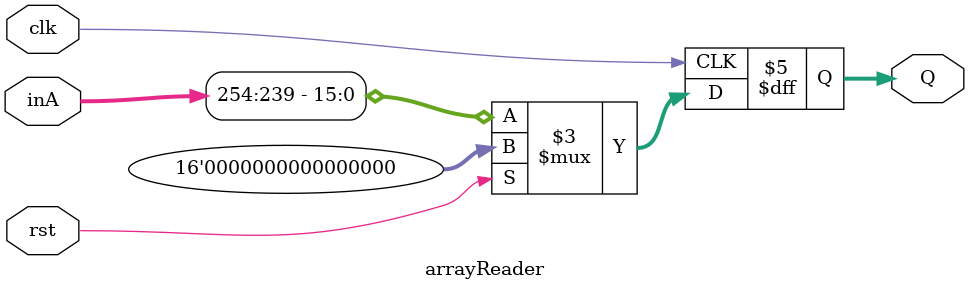
<source format=sv>
`timescale 1ns / 1ps


module arrayReader
#(
  parameter nData = 16,
  parameter datBW = 16
  )
  (
  input   [nData * datBW - 1 : 0]   inA,
  input                             clk,
  output  reg [datBW - 1 : 0]       Q,
  input                             rst
    );
    
    always @(posedge clk) begin
      if (rst) begin
        Q <= 0;
      end else begin
        Q <= inA[nData * datBW - 1 : (nData - 1) * datBW - 1];
      end
      
    end
    
endmodule

</source>
